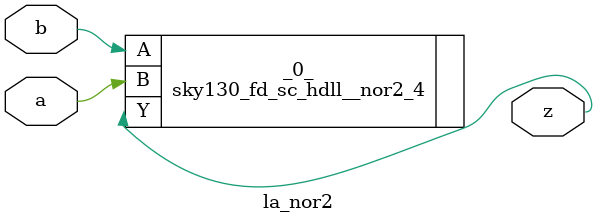
<source format=v>

/* Generated by Yosys 0.44 (git sha1 80ba43d26, g++ 11.4.0-1ubuntu1~22.04 -fPIC -O3) */

(* top =  1  *)
(* src = "inputs/la_nor2.v:10.1-20.10" *)
module la_nor2 (
    a,
    b,
    z
);
  (* src = "inputs/la_nor2.v:13.12-13.13" *)
  input a;
  wire a;
  (* src = "inputs/la_nor2.v:14.12-14.13" *)
  input b;
  wire b;
  (* src = "inputs/la_nor2.v:15.12-15.13" *)
  output z;
  wire z;
  sky130_fd_sc_hdll__nor2_4 _0_ (
      .A(b),
      .B(a),
      .Y(z)
  );
endmodule

</source>
